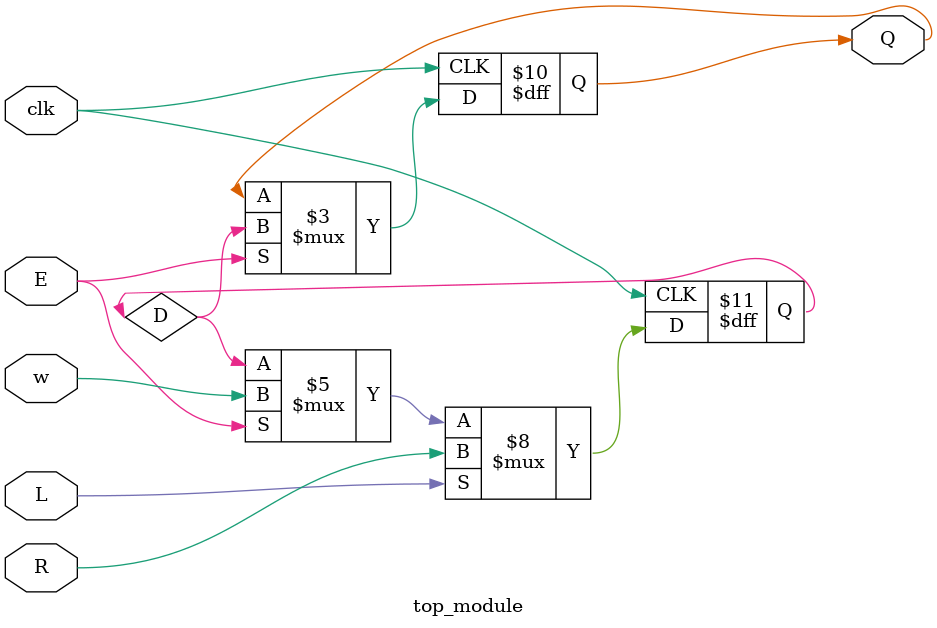
<source format=sv>
module top_module (
	input clk,
	input w,
	input R,
	input E,
	input L,
	output reg Q
);

	reg D;

	always @(posedge clk) begin
		if (L)
			D <= R;
		else if (E)
			D <= w;
	end

	always @(posedge clk) begin
		if (E)
			Q <= D;
	end

endmodule

</source>
